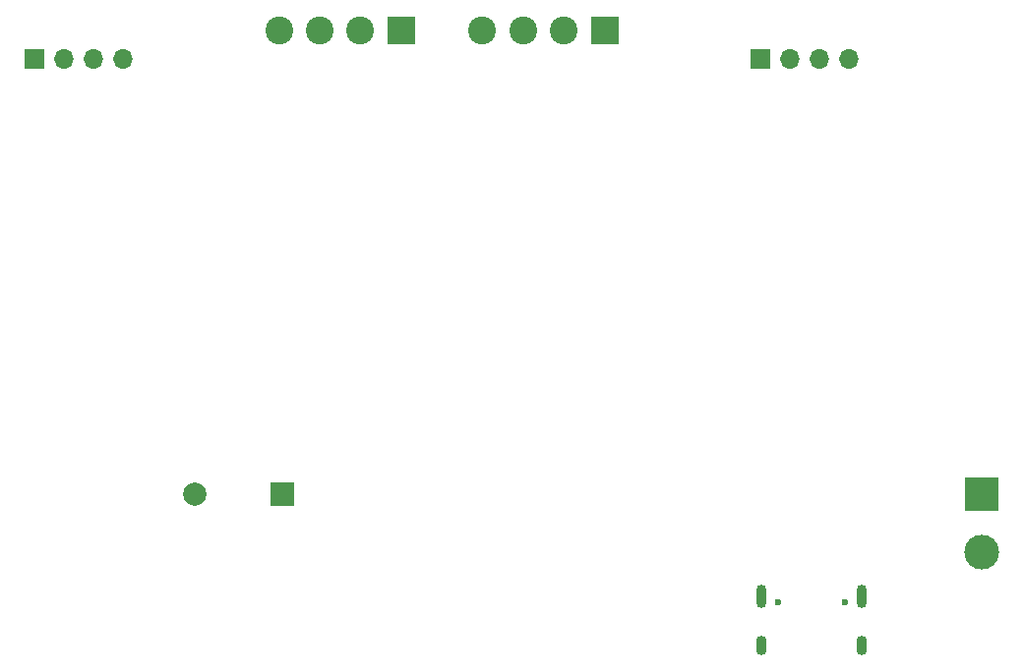
<source format=gbr>
%TF.GenerationSoftware,KiCad,Pcbnew,8.0.8-8.0.8-0~ubuntu22.04.1*%
%TF.CreationDate,2025-01-31T00:32:12-05:00*%
%TF.ProjectId,Electronics,456c6563-7472-46f6-9e69-63732e6b6963,rev?*%
%TF.SameCoordinates,Original*%
%TF.FileFunction,Soldermask,Bot*%
%TF.FilePolarity,Negative*%
%FSLAX46Y46*%
G04 Gerber Fmt 4.6, Leading zero omitted, Abs format (unit mm)*
G04 Created by KiCad (PCBNEW 8.0.8-8.0.8-0~ubuntu22.04.1) date 2025-01-31 00:32:12*
%MOMM*%
%LPD*%
G01*
G04 APERTURE LIST*
%ADD10R,1.700000X1.700000*%
%ADD11O,1.700000X1.700000*%
%ADD12R,2.400000X2.400000*%
%ADD13C,2.400000*%
%ADD14C,0.600000*%
%ADD15O,0.900000X2.000000*%
%ADD16O,0.900000X1.700000*%
%ADD17R,3.000000X3.000000*%
%ADD18C,3.000000*%
%ADD19R,2.000000X2.000000*%
%ADD20C,2.000000*%
G04 APERTURE END LIST*
D10*
%TO.C,U5*%
X177420000Y-77500000D03*
D11*
X179960000Y-77500000D03*
X182500000Y-77500000D03*
X185040000Y-77500000D03*
%TD*%
D12*
%TO.C,J1*%
X164000000Y-75000000D03*
D13*
X160500000Y-75000000D03*
X157000000Y-75000000D03*
X153500000Y-75000000D03*
%TD*%
D14*
%TO.C,P1*%
X178930000Y-124310000D03*
X184710000Y-124310000D03*
D15*
X177500000Y-123830000D03*
D16*
X177500000Y-128000000D03*
D15*
X186140000Y-123830000D03*
D16*
X186140000Y-128000000D03*
%TD*%
D17*
%TO.C,BT1*%
X196500000Y-115000000D03*
D18*
X196500000Y-120000000D03*
%TD*%
D10*
%TO.C,U9*%
X114920000Y-77500000D03*
D11*
X117460000Y-77500000D03*
X120000000Y-77500000D03*
X122540000Y-77500000D03*
%TD*%
D12*
%TO.C,J3*%
X146500000Y-75000000D03*
D13*
X143000000Y-75000000D03*
X139500000Y-75000000D03*
X136000000Y-75000000D03*
%TD*%
D19*
%TO.C,BZ1*%
X136300000Y-115000000D03*
D20*
X128700000Y-115000000D03*
%TD*%
M02*

</source>
